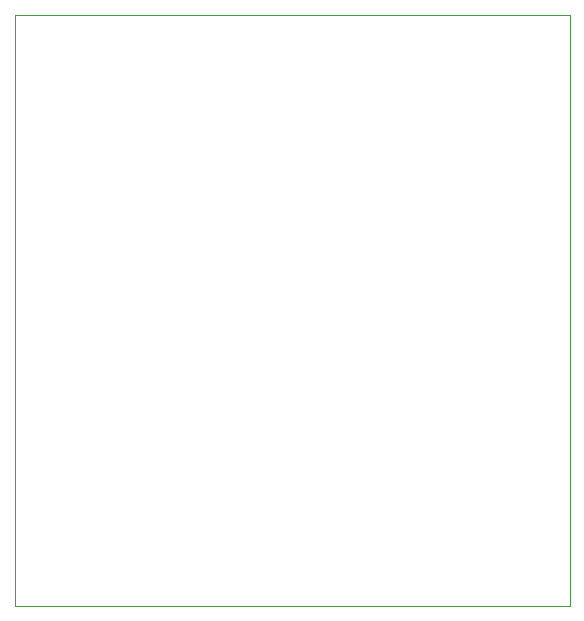
<source format=gm1>
G04 #@! TF.FileFunction,Profile,NP*
%FSLAX46Y46*%
G04 Gerber Fmt 4.6, Leading zero omitted, Abs format (unit mm)*
G04 Created by KiCad (PCBNEW (2016-08-20 BZR 7083)-product) date Fri Jun  8 01:00:13 2018*
%MOMM*%
%LPD*%
G01*
G04 APERTURE LIST*
%ADD10C,0.100000*%
G04 APERTURE END LIST*
D10*
X0Y0D02*
X0Y50000000D01*
X47000000Y0D02*
X0Y0D01*
X47000000Y50000000D02*
X47000000Y0D01*
X0Y50000000D02*
X47000000Y50000000D01*
M02*

</source>
